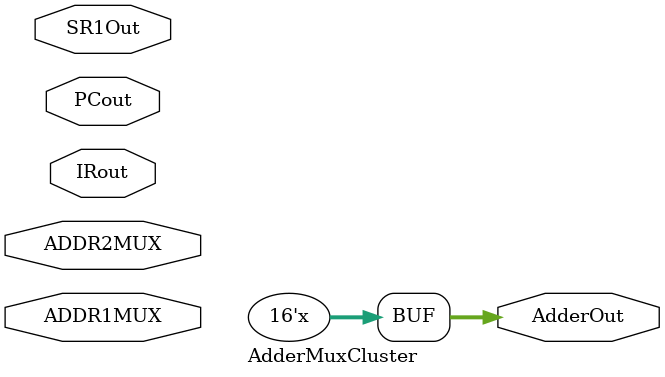
<source format=sv>
module AdderMuxCluster(	input logic ADDR1MUX,
								input logic [1:0] ADDR2MUX,
								input logic [15:0] IRout, 
								input logic [15:0] PCout, SR1Out, 
								output logic [15:0] AdderOut);
logic [15:0] Adder1Out, Adder2Out;
								
always_comb

begin
	if(ADDR1MUX == 1'b1)
		Adder1Out <= PCout;
	else 
		Adder1Out <= SR1Out;
	
	case(ADDR2MUX)
	2'b00: 	Adder2Out <= 16'b0;
	2'b01: 	if (IRout[15])
					Adder2Out <= {10'b1111111111, IRout[5:0]};
				else
					Adder2Out <= {10'b0000000000, IRout[5:0]};
	2'b10: 	if (IRout[15])
					Adder2Out <= {7'b1111111, IRout[8:0]};
				else
					Adder2Out <= {7'b0000000, IRout[8:0]};
	2'b11: 	if (IRout[15])
					Adder2Out <= {5'b11111, IRout[10:0]};
				else
					Adder2Out <= {5'b00000, IRout[10:0]};	
	endcase			
	AdderOut = Adder1Out + Adder2Out;
end
endmodule


</source>
